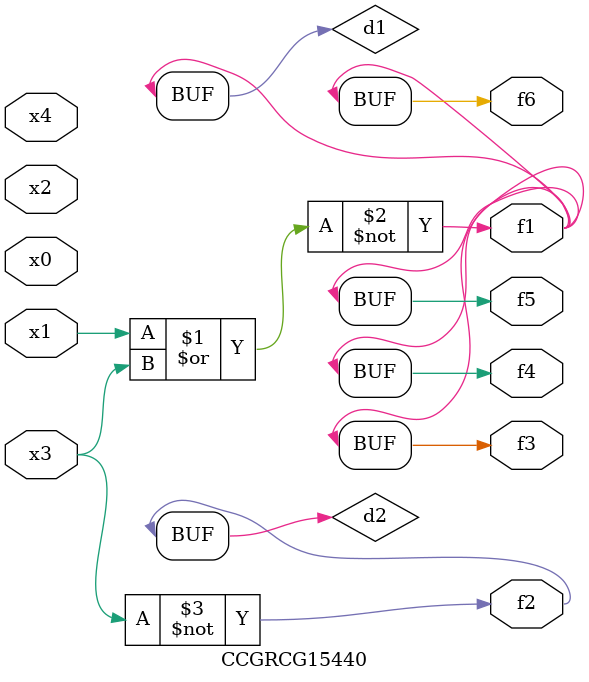
<source format=v>
module CCGRCG15440(
	input x0, x1, x2, x3, x4,
	output f1, f2, f3, f4, f5, f6
);

	wire d1, d2;

	nor (d1, x1, x3);
	not (d2, x3);
	assign f1 = d1;
	assign f2 = d2;
	assign f3 = d1;
	assign f4 = d1;
	assign f5 = d1;
	assign f6 = d1;
endmodule

</source>
